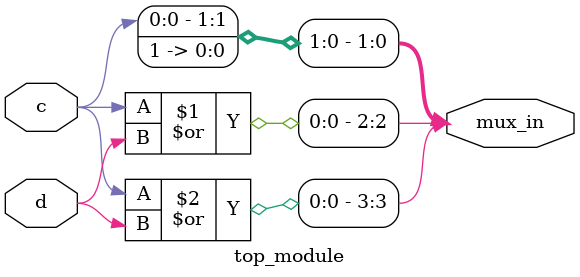
<source format=sv>
module top_module (
    input c,
    input d,
    output [3:0] mux_in
);

    // Implement the logic for mux_in[3:0] using 2-to-1 multiplexers

    // Determine the values for mux_in[0], mux_in[1], mux_in[2], and mux_in[3]
    assign mux_in[0] = 1;
    assign mux_in[1] = c;
    assign mux_in[2] = c | d;
    assign mux_in[3] = c | d;

endmodule

</source>
